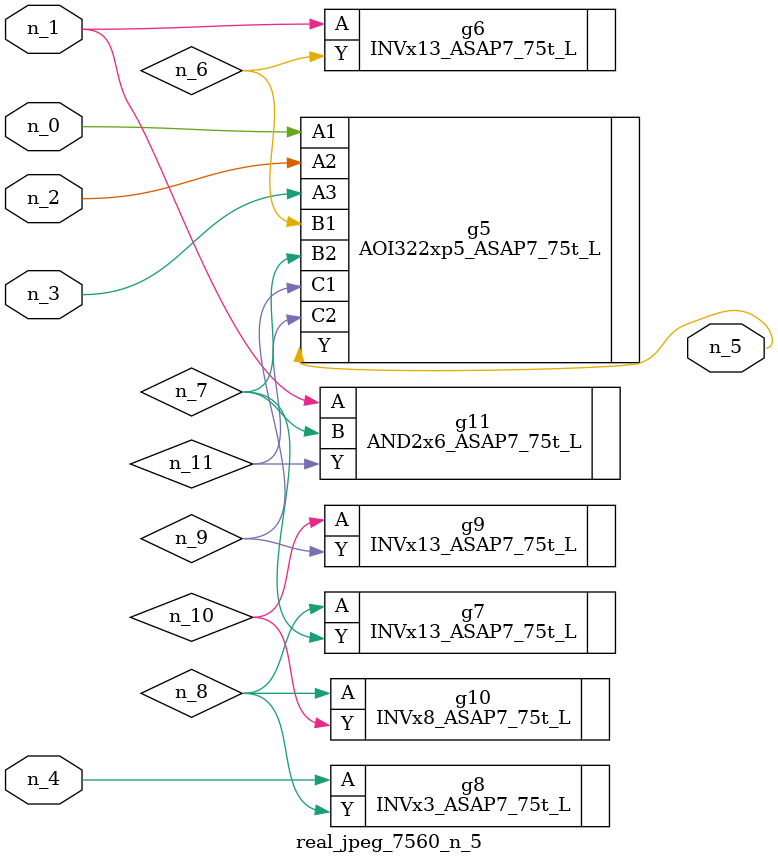
<source format=v>
module real_jpeg_7560_n_5 (n_4, n_0, n_1, n_2, n_3, n_5);

input n_4;
input n_0;
input n_1;
input n_2;
input n_3;

output n_5;

wire n_8;
wire n_11;
wire n_6;
wire n_7;
wire n_10;
wire n_9;

AOI322xp5_ASAP7_75t_L g5 ( 
.A1(n_0),
.A2(n_2),
.A3(n_3),
.B1(n_6),
.B2(n_7),
.C1(n_9),
.C2(n_11),
.Y(n_5)
);

INVx13_ASAP7_75t_L g6 ( 
.A(n_1),
.Y(n_6)
);

AND2x6_ASAP7_75t_L g11 ( 
.A(n_1),
.B(n_7),
.Y(n_11)
);

INVx3_ASAP7_75t_L g8 ( 
.A(n_4),
.Y(n_8)
);

INVx13_ASAP7_75t_L g7 ( 
.A(n_8),
.Y(n_7)
);

INVx8_ASAP7_75t_L g10 ( 
.A(n_8),
.Y(n_10)
);

INVx13_ASAP7_75t_L g9 ( 
.A(n_10),
.Y(n_9)
);


endmodule
</source>
